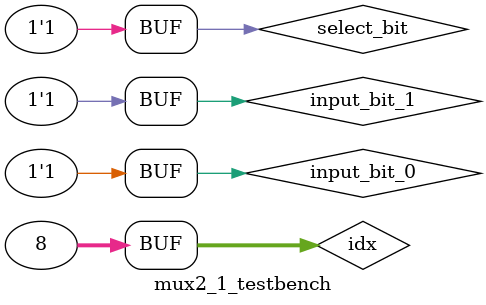
<source format=sv>
/*

2x1 multiplexer that accepts three 1-bit inputs and outputs a single bit.

*/

`timescale 1ns/10ps // for the delay

module mux2_1(output_bit, input_bit_0, input_bit_1, select_bit);
    output logic output_bit;
    input logic input_bit_0, input_bit_1, select_bit;
    
    // variables for logic operations
    logic and_result_0, and_result_1, not_select_bit;
    
    // logic gates to implement the multiplexer functionality, with delays
	// using non-RTL code
    not #0.05 NotGate (not_select_bit, select_bit);
    and #0.05 AndGate_0 (and_result_0, input_bit_0, not_select_bit);
    and #0.05 AndGate_1 (and_result_1, input_bit_1, select_bit);
    or  #0.05 OrGate (output_bit, and_result_1, and_result_0); 
    
endmodule

module mux2_1_testbench;
    logic input_bit_0, input_bit_1, select_bit;
    logic output_bit;

    mux2_1 DUT (.output_bit, .input_bit_0, .input_bit_1, .select_bit);

    integer idx;
    initial begin
		
        // iterating through all possible input combinations
        for (idx = 0; idx < 8; idx++) begin
            {select_bit, input_bit_1, input_bit_0} = idx;
            #10;
        end
    end
endmodule 
</source>
